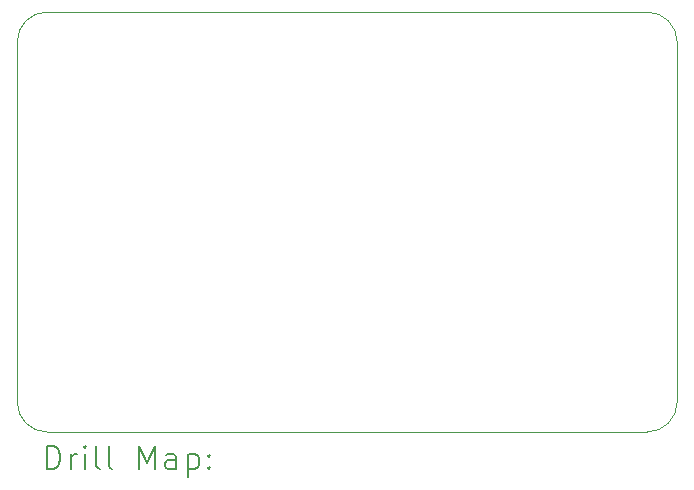
<source format=gbr>
%TF.GenerationSoftware,KiCad,Pcbnew,(6.0.11)*%
%TF.CreationDate,2023-02-13T21:26:02+05:30*%
%TF.ProjectId,1,312e6b69-6361-4645-9f70-636258585858,rev?*%
%TF.SameCoordinates,Original*%
%TF.FileFunction,Drillmap*%
%TF.FilePolarity,Positive*%
%FSLAX45Y45*%
G04 Gerber Fmt 4.5, Leading zero omitted, Abs format (unit mm)*
G04 Created by KiCad (PCBNEW (6.0.11)) date 2023-02-13 21:26:02*
%MOMM*%
%LPD*%
G01*
G04 APERTURE LIST*
%ADD10C,0.100000*%
%ADD11C,0.200000*%
G04 APERTURE END LIST*
D10*
X18542000Y-6858000D02*
X13462000Y-6858000D01*
X18542000Y-10414000D02*
G75*
G03*
X18796000Y-10160000I0J254000D01*
G01*
X13462000Y-6858000D02*
G75*
G03*
X13208000Y-7112000I0J-254000D01*
G01*
X13208000Y-10160000D02*
G75*
G03*
X13462000Y-10414000I254000J0D01*
G01*
X18796000Y-7112000D02*
G75*
G03*
X18542000Y-6858000I-254000J0D01*
G01*
X18796000Y-10160000D02*
X18796000Y-7112000D01*
X13208000Y-7112000D02*
X13208000Y-10160000D01*
X13462000Y-10414000D02*
X18542000Y-10414000D01*
D11*
X13460619Y-10729476D02*
X13460619Y-10529476D01*
X13508238Y-10529476D01*
X13536809Y-10539000D01*
X13555857Y-10558048D01*
X13565381Y-10577095D01*
X13574905Y-10615190D01*
X13574905Y-10643762D01*
X13565381Y-10681857D01*
X13555857Y-10700905D01*
X13536809Y-10719952D01*
X13508238Y-10729476D01*
X13460619Y-10729476D01*
X13660619Y-10729476D02*
X13660619Y-10596143D01*
X13660619Y-10634238D02*
X13670143Y-10615190D01*
X13679667Y-10605667D01*
X13698714Y-10596143D01*
X13717762Y-10596143D01*
X13784428Y-10729476D02*
X13784428Y-10596143D01*
X13784428Y-10529476D02*
X13774905Y-10539000D01*
X13784428Y-10548524D01*
X13793952Y-10539000D01*
X13784428Y-10529476D01*
X13784428Y-10548524D01*
X13908238Y-10729476D02*
X13889190Y-10719952D01*
X13879667Y-10700905D01*
X13879667Y-10529476D01*
X14013000Y-10729476D02*
X13993952Y-10719952D01*
X13984428Y-10700905D01*
X13984428Y-10529476D01*
X14241571Y-10729476D02*
X14241571Y-10529476D01*
X14308238Y-10672333D01*
X14374905Y-10529476D01*
X14374905Y-10729476D01*
X14555857Y-10729476D02*
X14555857Y-10624714D01*
X14546333Y-10605667D01*
X14527286Y-10596143D01*
X14489190Y-10596143D01*
X14470143Y-10605667D01*
X14555857Y-10719952D02*
X14536809Y-10729476D01*
X14489190Y-10729476D01*
X14470143Y-10719952D01*
X14460619Y-10700905D01*
X14460619Y-10681857D01*
X14470143Y-10662810D01*
X14489190Y-10653286D01*
X14536809Y-10653286D01*
X14555857Y-10643762D01*
X14651095Y-10596143D02*
X14651095Y-10796143D01*
X14651095Y-10605667D02*
X14670143Y-10596143D01*
X14708238Y-10596143D01*
X14727286Y-10605667D01*
X14736809Y-10615190D01*
X14746333Y-10634238D01*
X14746333Y-10691381D01*
X14736809Y-10710429D01*
X14727286Y-10719952D01*
X14708238Y-10729476D01*
X14670143Y-10729476D01*
X14651095Y-10719952D01*
X14832048Y-10710429D02*
X14841571Y-10719952D01*
X14832048Y-10729476D01*
X14822524Y-10719952D01*
X14832048Y-10710429D01*
X14832048Y-10729476D01*
X14832048Y-10605667D02*
X14841571Y-10615190D01*
X14832048Y-10624714D01*
X14822524Y-10615190D01*
X14832048Y-10605667D01*
X14832048Y-10624714D01*
M02*

</source>
